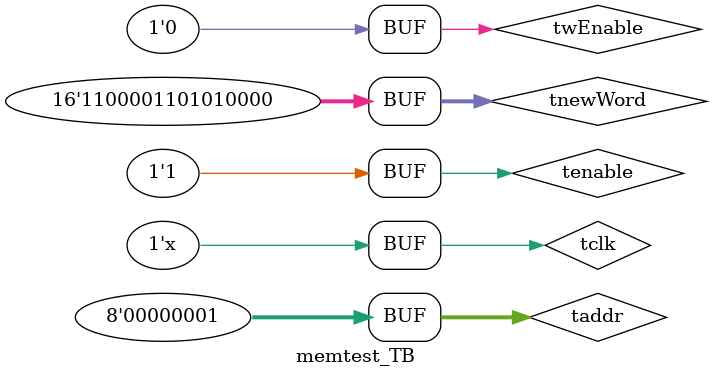
<source format=v>
`timescale 1ns/1ns
module memtest_TB();

reg tclk;
reg [7:0] taddr;
reg tenable;
reg twEnable;
reg [15:0] tnewWord;
wire [15:0] twordOut;

internal_mem aMemory(.clk(tclk), .addr(taddr), .enable(tenable), .wEnable(twEnable), .newWord(tnewWord), .wordOut(twordOut));

always #(10/2) tclk = ~tclk;

initial begin
    tclk = 1'b0;
    #30
    taddr = 8'd0;
    tenable = 1'b1;
    #10
    tenable = 1'b0;
    #10
    taddr = 8'd1;
    tenable = 1'b1;
    tnewWord = 16'd50000;
    twEnable = 1'b1;
    #10;
    twEnable = 1'b0;
end

endmodule

</source>
